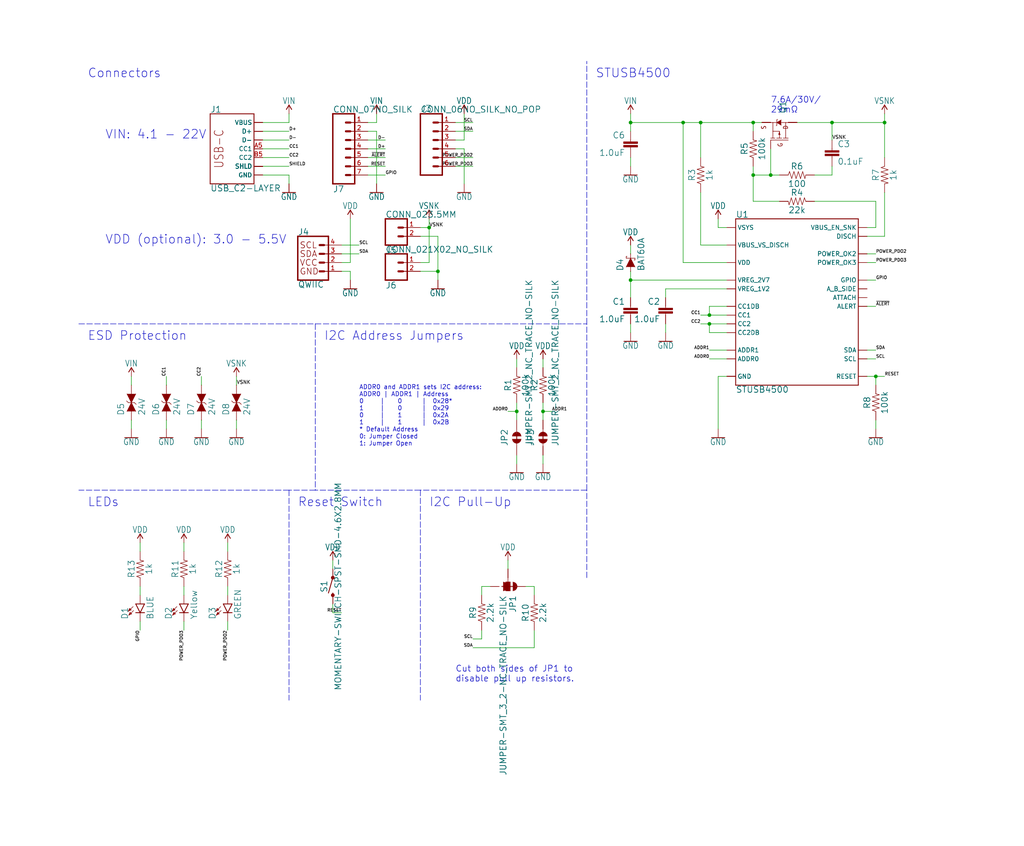
<source format=kicad_sch>
(kicad_sch (version 20211123) (generator eeschema)
  (paper "User" 297.002 245.542)
  (lib_symbols
    (symbol "SparkFun_STUSB4500_USB-PD-eagle-import:0.1UF-0603-100V-10%"
      (property "Reference" "C" (at 1.524 2.921 0))
      (property "Value" "0.1UF-0603-100V-10%" (at 1.524 -2.159 0))
      (symbol "0.1UF-0603-100V-10%_1_0"
        (pin passive line (at 0 5.08 270) (length 2.54) (name "1") (number "1"))
        (pin passive line (at 0 -2.54 90) (length 2.54) (name "2") (number "2"))
      )
    )
    (symbol "SparkFun_STUSB4500_USB-PD-eagle-import:1.0UF-0603-16V-10%"
      (property "Reference" "C" (at 1.524 2.921 0))
      (property "Value" "1.0UF-0603-16V-10%" (at 1.524 -2.159 0))
      (symbol "1.0UF-0603-16V-10%_1_0"
        (pin passive line (at 0 5.08 270) (length 2.54) (name "1") (number "1"))
        (pin passive line (at 0 -2.54 90) (length 2.54) (name "2") (number "2"))
      )
    )
    (symbol "SparkFun_STUSB4500_USB-PD-eagle-import:100KOHM-0603-1{slash}10W-1%"
      (property "Reference" "R" (at 0 1.524 0))
      (property "Value" "100KOHM-0603-1{slash}10W-1%" (at 0 -1.524 0))
      (symbol "100KOHM-0603-1{slash}10W-1%_1_0"
        (pin passive line (at -5.08 0 0) (length 2.54) (name "1") (number "1"))
        (pin passive line (at 5.08 0 180) (length 2.54) (name "2") (number "2"))
      )
    )
    (symbol "SparkFun_STUSB4500_USB-PD-eagle-import:100OHM-0603-1{slash}10W-1%"
      (property "Reference" "R" (at 0 1.524 0))
      (property "Value" "100OHM-0603-1{slash}10W-1%" (at 0 -1.524 0))
      (symbol "100OHM-0603-1{slash}10W-1%_1_0"
        (pin passive line (at -5.08 0 0) (length 2.54) (name "1") (number "1"))
        (pin passive line (at 5.08 0 180) (length 2.54) (name "2") (number "2"))
      )
    )
    (symbol "SparkFun_STUSB4500_USB-PD-eagle-import:1KOHM-0603-1{slash}10W-1%"
      (property "Reference" "R" (at 0 1.524 0))
      (property "Value" "1KOHM-0603-1{slash}10W-1%" (at 0 -1.524 0))
      (symbol "1KOHM-0603-1{slash}10W-1%_1_0"
        (pin passive line (at -5.08 0 0) (length 2.54) (name "1") (number "1"))
        (pin passive line (at 5.08 0 180) (length 2.54) (name "2") (number "2"))
      )
    )
    (symbol "SparkFun_STUSB4500_USB-PD-eagle-import:2.2KOHM-0603-1{slash}10W-1%"
      (property "Reference" "R" (at 0 1.524 0))
      (property "Value" "2.2KOHM-0603-1{slash}10W-1%" (at 0 -1.524 0))
      (symbol "2.2KOHM-0603-1{slash}10W-1%_1_0"
        (pin passive line (at -5.08 0 0) (length 2.54) (name "1") (number "1"))
        (pin passive line (at 5.08 0 180) (length 2.54) (name "2") (number "2"))
      )
    )
    (symbol "SparkFun_STUSB4500_USB-PD-eagle-import:22KOHM-0603-1{slash}10W-1%"
      (property "Reference" "R" (at 0 1.524 0))
      (property "Value" "22KOHM-0603-1{slash}10W-1%" (at 0 -1.524 0))
      (symbol "22KOHM-0603-1{slash}10W-1%_1_0"
        (pin passive line (at -5.08 0 0) (length 2.54) (name "1") (number "1"))
        (pin passive line (at 5.08 0 180) (length 2.54) (name "2") (number "2"))
      )
    )
    (symbol "SparkFun_STUSB4500_USB-PD-eagle-import:CONN_021X02_NO_SILK"
      (property "Reference" "J" (at -2.54 5.588 0))
      (property "Value" "CONN_021X02_NO_SILK" (at -2.54 -4.826 0))
      (symbol "CONN_021X02_NO_SILK_1_0"
        (pin passive line (at 7.62 0 180) (length 5.08) (name "1") (number "1"))
        (pin passive line (at 7.62 2.54 180) (length 5.08) (name "2") (number "2"))
      )
    )
    (symbol "SparkFun_STUSB4500_USB-PD-eagle-import:CONN_023.5MM"
      (property "Reference" "J" (at -2.54 5.588 0))
      (property "Value" "CONN_023.5MM" (at -2.54 -4.826 0))
      (symbol "CONN_023.5MM_1_0"
        (pin passive line (at 7.62 0 180) (length 5.08) (name "1") (number "1"))
        (pin passive line (at 7.62 2.54 180) (length 5.08) (name "2") (number "2"))
      )
    )
    (symbol "SparkFun_STUSB4500_USB-PD-eagle-import:CONN_06NO_SILK_NO_POP"
      (property "Reference" "J" (at -5.08 10.668 0))
      (property "Value" "CONN_06NO_SILK_NO_POP" (at -5.08 -9.906 0))
      (symbol "CONN_06NO_SILK_NO_POP_1_0"
        (pin passive line (at 5.08 -5.08 180) (length 5.08) (name "1") (number "1"))
        (pin passive line (at 5.08 -2.54 180) (length 5.08) (name "2") (number "2"))
        (pin passive line (at 5.08 0 180) (length 5.08) (name "3") (number "3"))
        (pin passive line (at 5.08 2.54 180) (length 5.08) (name "4") (number "4"))
        (pin passive line (at 5.08 5.08 180) (length 5.08) (name "5") (number "5"))
        (pin passive line (at 5.08 7.62 180) (length 5.08) (name "6") (number "6"))
      )
    )
    (symbol "SparkFun_STUSB4500_USB-PD-eagle-import:CONN_07NO_SILK"
      (property "Reference" "J" (at -5.08 13.208 0))
      (property "Value" "CONN_07NO_SILK" (at -5.08 -9.906 0))
      (symbol "CONN_07NO_SILK_1_0"
        (pin passive line (at 5.08 -5.08 180) (length 5.08) (name "1") (number "1"))
        (pin passive line (at 5.08 -2.54 180) (length 5.08) (name "2") (number "2"))
        (pin passive line (at 5.08 0 180) (length 5.08) (name "3") (number "3"))
        (pin passive line (at 5.08 2.54 180) (length 5.08) (name "4") (number "4"))
        (pin passive line (at 5.08 5.08 180) (length 5.08) (name "5") (number "5"))
        (pin passive line (at 5.08 7.62 180) (length 5.08) (name "6") (number "6"))
        (pin passive line (at 5.08 10.16 180) (length 5.08) (name "7") (number "7"))
      )
    )
    (symbol "SparkFun_STUSB4500_USB-PD-eagle-import:DIODE-SCHOTTKY-BAT60A"
      (property "Reference" "D" (at -2.54 2.032 0))
      (property "Value" "DIODE-SCHOTTKY-BAT60A" (at -2.54 -2.032 0))
      (symbol "DIODE-SCHOTTKY-BAT60A_1_0"
        (pin passive line (at -2.54 0 0) (length 0) (name "A") (number "A"))
        (pin passive line (at 2.54 0 180) (length 0) (name "C") (number "C"))
      )
    )
    (symbol "SparkFun_STUSB4500_USB-PD-eagle-import:DIODE_TVS"
      (property "Reference" "D" (at -3.81 2.032 0))
      (property "Value" "DIODE_TVS" (at -3.81 -2.032 0))
      (symbol "DIODE_TVS_1_0"
        (pin passive line (at -5.08 0 0) (length 0) (name "A") (number "1"))
        (pin passive line (at 5.08 0 180) (length 0) (name "C") (number "2"))
      )
    )
    (symbol "SparkFun_STUSB4500_USB-PD-eagle-import:GND" (power)
      (property "Value" "GND" (at 0 -0.254 0))
      (symbol "GND_1_0"
        (pin power_in line (at 0 2.54 270) (length 2.54) (name "GND") (number "1"))
      )
    )
    (symbol "SparkFun_STUSB4500_USB-PD-eagle-import:JUMPER-SMT_2_NC_TRACE_NO-SILK"
      (property "Reference" "JP" (at -2.54 2.54 0))
      (property "Value" "JUMPER-SMT_2_NC_TRACE_NO-SILK" (at -2.54 -2.54 0))
      (symbol "JUMPER-SMT_2_NC_TRACE_NO-SILK_1_0"
        (pin passive line (at -5.08 0 0) (length 2.54) (name "1") (number "1"))
        (pin passive line (at 5.08 0 180) (length 2.54) (name "2") (number "2"))
      )
    )
    (symbol "SparkFun_STUSB4500_USB-PD-eagle-import:JUMPER-SMT_3_2-NC_TRACE_NO-SILK"
      (property "Reference" "JP" (at 2.54 0.381 0))
      (property "Value" "JUMPER-SMT_3_2-NC_TRACE_NO-SILK" (at 2.54 -0.381 0))
      (symbol "JUMPER-SMT_3_2-NC_TRACE_NO-SILK_1_0"
        (pin passive line (at 0 5.08 270) (length 2.54) (name "1") (number "1"))
        (pin passive line (at -5.08 0 0) (length 2.54) (name "2") (number "2"))
        (pin passive line (at 0 -5.08 90) (length 2.54) (name "3") (number "3"))
      )
    )
    (symbol "SparkFun_STUSB4500_USB-PD-eagle-import:LED-BLUE0603"
      (property "Reference" "D" (at -3.429 -4.572 90))
      (property "Value" "LED-BLUE0603" (at 1.905 -4.572 90))
      (symbol "LED-BLUE0603_1_0"
        (pin passive line (at 0 2.54 270) (length 2.54) (name "A") (number "A"))
        (pin passive line (at 0 -5.08 90) (length 2.54) (name "C") (number "C"))
      )
    )
    (symbol "SparkFun_STUSB4500_USB-PD-eagle-import:LED-GREEN0603"
      (property "Reference" "D" (at -3.429 -4.572 90))
      (property "Value" "LED-GREEN0603" (at 1.905 -4.572 90))
      (symbol "LED-GREEN0603_1_0"
        (pin passive line (at 0 2.54 270) (length 2.54) (name "A") (number "A"))
        (pin passive line (at 0 -5.08 90) (length 2.54) (name "C") (number "C"))
      )
    )
    (symbol "SparkFun_STUSB4500_USB-PD-eagle-import:LED-YELLOW0603"
      (property "Reference" "D" (at -3.429 -4.572 90))
      (property "Value" "LED-YELLOW0603" (at 1.905 -4.572 90))
      (symbol "LED-YELLOW0603_1_0"
        (pin passive line (at 0 2.54 270) (length 2.54) (name "A") (number "A"))
        (pin passive line (at 0 -5.08 90) (length 2.54) (name "C") (number "C"))
      )
    )
    (symbol "SparkFun_STUSB4500_USB-PD-eagle-import:MOMENTARY-SWITCH-SPST-SMD-4.6X2.8MM"
      (property "Reference" "S" (at 0 1.524 0))
      (property "Value" "MOMENTARY-SWITCH-SPST-SMD-4.6X2.8MM" (at 0 -0.508 0))
      (symbol "MOMENTARY-SWITCH-SPST-SMD-4.6X2.8MM_1_0"
        (pin passive line (at -5.08 0 0) (length 2.54) (name "1") (number "1"))
        (pin passive line (at -5.08 0 0) (length 2.54) (name "1") (number "2"))
        (pin passive line (at 5.08 0 180) (length 2.54) (name "2") (number "3"))
        (pin passive line (at 5.08 0 180) (length 2.54) (name "2") (number "4"))
      )
    )
    (symbol "SparkFun_STUSB4500_USB-PD-eagle-import:MOSFET_PCH-STL9P3LLH6"
      (property "Reference" "Q" (at 5.08 0 0))
      (property "Value" "MOSFET_PCH-STL9P3LLH6" (at 5.08 -2.54 0))
      (symbol "MOSFET_PCH-STL9P3LLH6_1_0"
        (text "D" (at 0.508 2.54 0) (effects (font (size 1.27 1.0795)) (justify left bottom)))
        (text "G" (at -3.302 -0.508 0) (effects (font (size 1.27 1.0795)) (justify right top)))
        (text "S" (at 0.508 -3.81 0) (effects (font (size 1.27 1.0795)) (justify left bottom)))
        (pin bidirectional line (at 2.54 -5.08 90) (length 2.54) (name "S") (number "1"))
        (pin bidirectional line (at 2.54 -5.08 90) (length 2.54) (name "S") (number "2"))
        (pin bidirectional line (at 2.54 -5.08 90) (length 2.54) (name "S") (number "3"))
        (pin bidirectional line (at -5.08 -2.54 0) (length 2.54) (name "G") (number "4"))
        (pin bidirectional line (at 2.54 5.08 270) (length 2.54) (name "D") (number "5@1"))
        (pin bidirectional line (at 2.54 5.08 270) (length 2.54) (name "D") (number "5@2"))
        (pin bidirectional line (at 2.54 5.08 270) (length 2.54) (name "D") (number "5@3"))
      )
    )
    (symbol "SparkFun_STUSB4500_USB-PD-eagle-import:QWIIC_CONNECTORJS-1MM"
      (property "Reference" "J" (at -5.08 7.874 0))
      (property "Value" "QWIIC_CONNECTORJS-1MM" (at -5.08 -5.334 0))
      (symbol "QWIIC_CONNECTORJS-1MM_1_0"
        (text "GND" (at -4.572 -2.54 0) (effects (font (size 1.778 1.778)) (justify left)))
        (text "SCL" (at -4.572 5.08 0) (effects (font (size 1.778 1.778)) (justify left)))
        (text "SDA" (at -4.572 2.54 0) (effects (font (size 1.778 1.778)) (justify left)))
        (text "VCC" (at -4.572 0 0) (effects (font (size 1.778 1.778)) (justify left)))
        (pin power_in line (at 7.62 -2.54 180) (length 5.08) (name "1") (number "1"))
        (pin power_in line (at 7.62 0 180) (length 5.08) (name "2") (number "2"))
        (pin passive line (at 7.62 2.54 180) (length 5.08) (name "3") (number "3"))
        (pin passive line (at 7.62 5.08 180) (length 5.08) (name "4") (number "4"))
      )
    )
    (symbol "SparkFun_STUSB4500_USB-PD-eagle-import:STUSB4500"
      (property "Reference" "U" (at -17.78 23.114 0))
      (property "Value" "STUSB4500" (at -17.78 -25.654 0))
      (symbol "STUSB4500_1_0"
        (pin bidirectional line (at -20.32 -2.54 0) (length 2.54) (name "CC1DB") (number "P$1"))
        (pin bidirectional line (at -20.32 -22.86 0) (length 2.54) (name "GND") (number "P$10"))
        (pin bidirectional line (at 20.32 0 180) (length 2.54) (name "ATTACH") (number "P$11"))
        (pin bidirectional line (at -20.32 -17.78 0) (length 2.54) (name "ADDR0") (number "P$12"))
        (pin bidirectional line (at -20.32 -15.24 0) (length 2.54) (name "ADDR1") (number "P$13"))
        (pin bidirectional line (at 20.32 10.16 180) (length 2.54) (name "POWER_OK3") (number "P$14"))
        (pin bidirectional line (at 20.32 5.08 180) (length 2.54) (name "GPIO") (number "P$15"))
        (pin bidirectional line (at 20.32 20.32 180) (length 2.54) (name "VBUS_EN_SNK") (number "P$16"))
        (pin bidirectional line (at 20.32 2.54 180) (length 2.54) (name "A_B_SIDE") (number "P$17"))
        (pin bidirectional line (at -20.32 15.24 0) (length 2.54) (name "VBUS_VS_DISCH") (number "P$18"))
        (pin bidirectional line (at 20.32 -2.54 180) (length 2.54) (name "ALERT") (number "P$19"))
        (pin bidirectional line (at -20.32 -5.08 0) (length 2.54) (name "CC1") (number "P$2"))
        (pin bidirectional line (at 20.32 12.7 180) (length 2.54) (name "POWER_OK2") (number "P$20"))
        (pin bidirectional line (at -20.32 2.54 0) (length 2.54) (name "VREG_1V2") (number "P$21"))
        (pin bidirectional line (at -20.32 20.32 0) (length 2.54) (name "VSYS") (number "P$22"))
        (pin bidirectional line (at -20.32 5.08 0) (length 2.54) (name "VREG_2V7") (number "P$23"))
        (pin bidirectional line (at -20.32 10.16 0) (length 2.54) (name "VDD") (number "P$24"))
        (pin bidirectional line (at -20.32 -22.86 0) (length 2.54) (name "GND") (number "P$25"))
        (pin bidirectional line (at -20.32 -7.62 0) (length 2.54) (name "CC2") (number "P$4"))
        (pin bidirectional line (at -20.32 -10.16 0) (length 2.54) (name "CC2DB") (number "P$5"))
        (pin bidirectional line (at 20.32 -22.86 180) (length 2.54) (name "RESET") (number "P$6"))
        (pin bidirectional line (at 20.32 -17.78 180) (length 2.54) (name "SCL") (number "P$7"))
        (pin bidirectional line (at 20.32 -15.24 180) (length 2.54) (name "SDA") (number "P$8"))
        (pin bidirectional line (at 20.32 17.78 180) (length 2.54) (name "DISCH") (number "P$9"))
      )
    )
    (symbol "SparkFun_STUSB4500_USB-PD-eagle-import:USB_C2-LAYER"
      (property "Reference" "J" (at -2.54 10.414 0))
      (property "Value" "USB_C2-LAYER" (at -2.54 -12.446 0))
      (symbol "USB_C2-LAYER_1_0"
        (text "USB-C" (at 0 0 900) (effects (font (size 2.54 2.159))))
        (pin bidirectional line (at 12.7 0 180) (length 2.54) (name "CC1") (number "A5"))
        (pin bidirectional line (at 12.7 5.08 180) (length 2.54) (name "D+") (number "A6"))
        (pin bidirectional line (at 12.7 2.54 180) (length 2.54) (name "D-") (number "A7"))
        (pin bidirectional line (at 12.7 -2.54 180) (length 2.54) (name "CC2") (number "B5"))
        (pin bidirectional line (at 12.7 5.08 180) (length 2.54) (name "D+") (number "B6"))
        (pin bidirectional line (at 12.7 2.54 180) (length 2.54) (name "D-") (number "B7"))
        (pin bidirectional line (at 12.7 -7.62 180) (length 2.54) (name "GND") (number "GND"))
        (pin bidirectional line (at 12.7 -7.62 180) (length 2.54) (name "GND") (number "GND2"))
        (pin bidirectional line (at 12.7 -5.08 180) (length 2.54) (name "SHLD") (number "SHLD1"))
        (pin bidirectional line (at 12.7 -5.08 180) (length 2.54) (name "SHLD") (number "SHLD2"))
        (pin bidirectional line (at 12.7 -5.08 180) (length 2.54) (name "SHLD") (number "SHLD3"))
        (pin bidirectional line (at 12.7 -5.08 180) (length 2.54) (name "SHLD") (number "SHLD4"))
        (pin bidirectional line (at 12.7 -5.08 180) (length 2.54) (name "SHLD") (number "SHLD5"))
        (pin bidirectional line (at 12.7 -5.08 180) (length 2.54) (name "SHLD") (number "SHLD6"))
        (pin bidirectional line (at 12.7 -5.08 180) (length 2.54) (name "SHLD") (number "SHLD7"))
        (pin bidirectional line (at 12.7 -5.08 180) (length 2.54) (name "SHLD") (number "SHLD8"))
        (pin bidirectional line (at 12.7 7.62 180) (length 2.54) (name "VBUS") (number "VBUS1"))
        (pin bidirectional line (at 12.7 7.62 180) (length 2.54) (name "VBUS") (number "VBUS2"))
      )
    )
    (symbol "SparkFun_STUSB4500_USB-PD-eagle-import:VDD" (power)
      (property "Value" "VDD" (at 0 2.794 0))
      (symbol "VDD_1_0"
        (pin power_in line (at 0 0 90) (length 2.54) (name "VDD") (number "1"))
      )
    )
    (symbol "SparkFun_STUSB4500_USB-PD-eagle-import:VIN" (power)
      (property "Value" "VIN" (at 0 2.794 0))
      (symbol "VIN_1_0"
        (pin power_in line (at 0 0 90) (length 2.54) (name "VIN") (number "1"))
      )
    )
    (symbol "SparkFun_STUSB4500_USB-PD-eagle-import:VOUT" (power)
      (property "Value" "VOUT" (at 0 2.794 0))
      (symbol "VOUT_1_0"
        (pin power_in line (at 0 0 90) (length 2.54) (name "VOUT") (number "1"))
      )
    )
  )
  (junction (at 182.88 81.28))
  (junction (at 198.12 35.56))
  (junction (at 157.48 119.38))
  (junction (at 205.74 91.44))
  (junction (at 254 109.22))
  (junction (at 127 78.74))
  (junction (at 182.88 35.56))
  (junction (at 256.54 35.56))
  (junction (at 218.44 35.56))
  (junction (at 124.46 66.04))
  (junction (at 203.2 35.56))
  (junction (at 223.52 50.8))
  (junction (at 241.3 35.56))
  (junction (at 205.74 93.98))
  (junction (at 218.44 50.8))
  (junction (at 149.86 119.38))
  (wire (pts (xy 218.44 35.56) (xy 203.2 35.56)))
  (wire (pts (xy 198.12 35.56) (xy 182.88 35.56)))
  (wire (pts (xy 223.52 50.8) (xy 226.06 50.8)))
  (wire (pts (xy 68.58 121.92) (xy 68.58 124.46)))
  (wire (pts (xy 66.04 157.48) (xy 66.04 160.02)))
  (wire (pts (xy 182.88 71.12) (xy 182.88 73.66)))
  (wire (pts (xy 96.52 162.56) (xy 96.52 165.1)))
  (wire (pts (xy 106.68 38.1) (xy 109.22 38.1)))
  (wire (pts (xy 134.62 43.18) (xy 134.62 53.34)))
  (wire (pts (xy 251.46 66.04) (xy 254 66.04)))
  (polyline (pts (xy 91.44 93.98) (xy 91.44 142.24)))
  (polyline (pts (xy 170.18 142.24) (xy 121.92 142.24)))
  (wire (pts (xy 241.3 40.64) (xy 241.3 35.56)))
  (wire (pts (xy 132.08 38.1) (xy 137.16 38.1)))
  (wire (pts (xy 124.46 66.04) (xy 124.46 63.5)))
  (wire (pts (xy 149.86 119.38) (xy 149.86 121.92)))
  (wire (pts (xy 223.52 50.8) (xy 218.44 50.8)))
  (wire (pts (xy 109.22 38.1) (xy 109.22 53.34)))
  (wire (pts (xy 53.34 170.18) (xy 53.34 172.72)))
  (wire (pts (xy 251.46 101.6) (xy 254 101.6)))
  (wire (pts (xy 76.2 45.72) (xy 83.82 45.72)))
  (wire (pts (xy 48.26 121.92) (xy 48.26 124.46)))
  (wire (pts (xy 106.68 45.72) (xy 111.76 45.72)))
  (wire (pts (xy 226.06 58.42) (xy 218.44 58.42)))
  (polyline (pts (xy 83.82 142.24) (xy 83.82 203.2)))
  (wire (pts (xy 205.74 93.98) (xy 205.74 96.52)))
  (wire (pts (xy 210.82 71.12) (xy 203.2 71.12)))
  (wire (pts (xy 182.88 86.36) (xy 182.88 81.28)))
  (wire (pts (xy 218.44 58.42) (xy 218.44 50.8)))
  (wire (pts (xy 256.54 68.58) (xy 251.46 68.58)))
  (wire (pts (xy 106.68 43.18) (xy 111.76 43.18)))
  (wire (pts (xy 205.74 96.52) (xy 210.82 96.52)))
  (wire (pts (xy 208.28 109.22) (xy 208.28 124.46)))
  (wire (pts (xy 256.54 55.88) (xy 256.54 68.58)))
  (wire (pts (xy 223.52 43.18) (xy 223.52 50.8)))
  (wire (pts (xy 218.44 35.56) (xy 220.98 35.56)))
  (wire (pts (xy 210.82 104.14) (xy 205.74 104.14)))
  (wire (pts (xy 76.2 40.64) (xy 83.82 40.64)))
  (wire (pts (xy 210.82 109.22) (xy 208.28 109.22)))
  (wire (pts (xy 210.82 66.04) (xy 208.28 66.04)))
  (wire (pts (xy 203.2 45.72) (xy 203.2 35.56)))
  (wire (pts (xy 203.2 71.12) (xy 203.2 55.88)))
  (wire (pts (xy 256.54 35.56) (xy 241.3 35.56)))
  (wire (pts (xy 182.88 81.28) (xy 210.82 81.28)))
  (wire (pts (xy 121.92 76.2) (xy 124.46 76.2)))
  (wire (pts (xy 76.2 35.56) (xy 83.82 35.56)))
  (wire (pts (xy 53.34 180.34) (xy 53.34 182.88)))
  (wire (pts (xy 241.3 50.8) (xy 241.3 48.26)))
  (wire (pts (xy 68.58 111.76) (xy 68.58 109.22)))
  (polyline (pts (xy 91.44 93.98) (xy 170.18 93.98)))
  (polyline (pts (xy 170.18 93.98) (xy 170.18 17.78)))
  (wire (pts (xy 205.74 91.44) (xy 203.2 91.44)))
  (wire (pts (xy 241.3 35.56) (xy 231.14 35.56)))
  (wire (pts (xy 76.2 38.1) (xy 83.82 38.1)))
  (wire (pts (xy 254 58.42) (xy 236.22 58.42)))
  (wire (pts (xy 218.44 38.1) (xy 218.44 35.56)))
  (wire (pts (xy 205.74 91.44) (xy 205.74 88.9)))
  (wire (pts (xy 121.92 68.58) (xy 127 68.58)))
  (wire (pts (xy 251.46 104.14) (xy 254 104.14)))
  (wire (pts (xy 149.86 132.08) (xy 149.86 134.62)))
  (polyline (pts (xy 121.92 142.24) (xy 91.44 142.24)))
  (wire (pts (xy 251.46 73.66) (xy 254 73.66)))
  (wire (pts (xy 256.54 35.56) (xy 256.54 33.02)))
  (wire (pts (xy 182.88 81.28) (xy 182.88 78.74)))
  (wire (pts (xy 205.74 88.9) (xy 210.82 88.9)))
  (wire (pts (xy 40.64 157.48) (xy 40.64 160.02)))
  (wire (pts (xy 139.7 185.42) (xy 137.16 185.42)))
  (wire (pts (xy 218.44 50.8) (xy 218.44 48.26)))
  (wire (pts (xy 101.6 78.74) (xy 101.6 81.28)))
  (wire (pts (xy 124.46 76.2) (xy 124.46 66.04)))
  (wire (pts (xy 251.46 76.2) (xy 254 76.2)))
  (wire (pts (xy 40.64 170.18) (xy 40.64 172.72)))
  (wire (pts (xy 53.34 157.48) (xy 53.34 160.02)))
  (wire (pts (xy 182.88 93.98) (xy 182.88 96.52)))
  (wire (pts (xy 154.94 187.96) (xy 137.16 187.96)))
  (wire (pts (xy 157.48 116.84) (xy 157.48 119.38)))
  (wire (pts (xy 256.54 45.72) (xy 256.54 35.56)))
  (polyline (pts (xy 170.18 167.64) (xy 170.18 142.24)))
  (wire (pts (xy 40.64 180.34) (xy 40.64 182.88)))
  (polyline (pts (xy 170.18 142.24) (xy 170.18 93.98)))
  (polyline (pts (xy 22.86 93.98) (xy 91.44 93.98)))
  (wire (pts (xy 157.48 119.38) (xy 157.48 121.92)))
  (wire (pts (xy 106.68 50.8) (xy 111.76 50.8)))
  (wire (pts (xy 210.82 101.6) (xy 205.74 101.6)))
  (wire (pts (xy 76.2 43.18) (xy 83.82 43.18)))
  (wire (pts (xy 99.06 71.12) (xy 104.14 71.12)))
  (wire (pts (xy 132.08 45.72) (xy 137.16 45.72)))
  (wire (pts (xy 142.24 170.18) (xy 139.7 170.18)))
  (wire (pts (xy 76.2 50.8) (xy 83.82 50.8)))
  (wire (pts (xy 254 66.04) (xy 254 58.42)))
  (wire (pts (xy 210.82 83.82) (xy 193.04 83.82)))
  (wire (pts (xy 132.08 48.26) (xy 137.16 48.26)))
  (wire (pts (xy 182.88 45.72) (xy 182.88 48.26)))
  (wire (pts (xy 101.6 76.2) (xy 101.6 63.5)))
  (wire (pts (xy 236.22 50.8) (xy 241.3 50.8)))
  (wire (pts (xy 157.48 104.14) (xy 157.48 106.68)))
  (wire (pts (xy 127 68.58) (xy 127 78.74)))
  (wire (pts (xy 121.92 66.04) (xy 124.46 66.04)))
  (wire (pts (xy 254 109.22) (xy 254 111.76)))
  (wire (pts (xy 109.22 33.02) (xy 109.22 35.56)))
  (wire (pts (xy 182.88 33.02) (xy 182.88 35.56)))
  (wire (pts (xy 58.42 111.76) (xy 58.42 109.22)))
  (wire (pts (xy 149.86 116.84) (xy 149.86 119.38)))
  (wire (pts (xy 83.82 35.56) (xy 83.82 33.02)))
  (wire (pts (xy 66.04 170.18) (xy 66.04 172.72)))
  (wire (pts (xy 205.74 93.98) (xy 203.2 93.98)))
  (wire (pts (xy 210.82 93.98) (xy 205.74 93.98)))
  (wire (pts (xy 48.26 111.76) (xy 48.26 109.22)))
  (wire (pts (xy 251.46 81.28) (xy 254 81.28)))
  (wire (pts (xy 152.4 170.18) (xy 154.94 170.18)))
  (wire (pts (xy 106.68 48.26) (xy 111.76 48.26)))
  (wire (pts (xy 99.06 78.74) (xy 101.6 78.74)))
  (wire (pts (xy 132.08 40.64) (xy 134.62 40.64)))
  (wire (pts (xy 157.48 119.38) (xy 160.02 119.38)))
  (wire (pts (xy 132.08 43.18) (xy 134.62 43.18)))
  (polyline (pts (xy 83.82 142.24) (xy 22.86 142.24)))
  (polyline (pts (xy 121.92 142.24) (xy 121.92 203.2)))
  (wire (pts (xy 154.94 182.88) (xy 154.94 187.96)))
  (wire (pts (xy 147.32 165.1) (xy 147.32 162.56)))
  (wire (pts (xy 106.68 35.56) (xy 109.22 35.56)))
  (wire (pts (xy 38.1 111.76) (xy 38.1 109.22)))
  (wire (pts (xy 210.82 91.44) (xy 205.74 91.44)))
  (wire (pts (xy 208.28 66.04) (xy 208.28 63.5)))
  (wire (pts (xy 96.52 177.8) (xy 99.06 177.8)))
  (wire (pts (xy 182.88 35.56) (xy 182.88 38.1)))
  (wire (pts (xy 157.48 132.08) (xy 157.48 134.62)))
  (wire (pts (xy 106.68 40.64) (xy 111.76 40.64)))
  (wire (pts (xy 198.12 76.2) (xy 198.12 35.56)))
  (wire (pts (xy 149.86 104.14) (xy 149.86 106.68)))
  (wire (pts (xy 139.7 170.18) (xy 139.7 172.72)))
  (wire (pts (xy 203.2 35.56) (xy 198.12 35.56)))
  (wire (pts (xy 254 109.22) (xy 256.54 109.22)))
  (wire (pts (xy 134.62 40.64) (xy 134.62 33.02)))
  (wire (pts (xy 251.46 109.22) (xy 254 109.22)))
  (polyline (pts (xy 91.44 142.24) (xy 83.82 142.24)))
  (wire (pts (xy 149.86 119.38) (xy 147.32 119.38)))
  (wire (pts (xy 83.82 50.8) (xy 83.82 53.34)))
  (wire (pts (xy 139.7 182.88) (xy 139.7 185.42)))
  (wire (pts (xy 210.82 76.2) (xy 198.12 76.2)))
  (wire (pts (xy 121.92 78.74) (xy 127 78.74)))
  (wire (pts (xy 38.1 121.92) (xy 38.1 124.46)))
  (wire (pts (xy 127 78.74) (xy 127 81.28)))
  (wire (pts (xy 96.52 177.8) (xy 96.52 175.26)))
  (wire (pts (xy 99.06 73.66) (xy 104.14 73.66)))
  (wire (pts (xy 76.2 48.26) (xy 83.82 48.26)))
  (wire (pts (xy 193.04 83.82) (xy 193.04 86.36)))
  (wire (pts (xy 58.42 121.92) (xy 58.42 124.46)))
  (wire (pts (xy 254 121.92) (xy 254 124.46)))
  (wire (pts (xy 66.04 180.34) (xy 66.04 182.88)))
  (wire (pts (xy 193.04 93.98) (xy 193.04 96.52)))
  (wire (pts (xy 99.06 76.2) (xy 101.6 76.2)))
  (wire (pts (xy 251.46 88.9) (xy 254 88.9)))
  (wire (pts (xy 132.08 35.56) (xy 137.16 35.56)))
  (wire (pts (xy 154.94 170.18) (xy 154.94 172.72)))
  (text "7.6A/30V/\n29mΩ" (at 223.52 33.02 180) (effects (font (size 1.778 1.778)) (justify left bottom)))
  (text "I2C Address Jumpers" (at 93.98 99.06 180) (effects (font (size 2.54 2.54)) (justify left bottom)))
  (text "ADDR0 and ADDR1 sets I2C address:\nADDR0 | ADDR1 | Address\n0     |    0      |  0x28*\n1     |    0      |  0x29\n0     |    1      |  0x2A\n1     |    1      |  0x2B\n* Default Address\n0: Jumper Closed\n1: Jumper Open" (at 104.14 111.76 180) (effects (font (size 1.27 1.27)) (justify left top)))
  (text "I2C Pull-Up" (at 124.46 147.32 180) (effects (font (size 2.54 2.54)) (justify left bottom)))
  (text "ESD Protection" (at 25.4 99.06 180) (effects (font (size 2.54 2.54)) (justify left bottom)))
  (text "VDD (optional): 3.0 - 5.5V" (at 30.48 71.12 180) (effects (font (size 2.54 2.54)) (justify left bottom)))
  (text "Connectors" (at 25.4 22.86 180) (effects (font (size 2.54 2.54)) (justify left bottom)))
  (text "VIN: 4.1 - 22V" (at 30.48 40.64 180) (effects (font (size 2.54 2.54)) (justify left bottom)))
  (text "LEDs" (at 25.4 147.32 180) (effects (font (size 2.54 2.54)) (justify left bottom)))
  (text "Reset Switch" (at 86.36 147.32 180) (effects (font (size 2.54 2.54)) (justify left bottom)))
  (text "Cut both sides of JP1 to\ndisable pull up resistors." (at 132.08 198.12 180) (effects (font (size 1.778 1.778)) (justify left bottom)))
  (text "STUSB4500" (at 172.72 22.86 180) (effects (font (size 2.54 2.54)) (justify left bottom)))
  (label "ADDR0" (at 147.32 119.38 180) (effects (font (size 0.889 0.889))))
  (label "POWER_PDO2" (at 137.16 45.72 180) (effects (font (size 0.889 0.889))))
  (label "POWER_PDO2" (at 254 73.66 0) (effects (font (size 0.889 0.889))))
  (label "SDA" (at 254 101.6 0) (effects (font (size 0.889 0.889))))
  (label "ADDR1" (at 205.74 101.6 180) (effects (font (size 0.889 0.889))))
  (label "SDA" (at 137.16 38.1 180) (effects (font (size 0.889 0.889))))
  (label "D-" (at 111.76 40.64 180) (effects (font (size 0.889 0.889))))
  (label "CC2" (at 83.82 45.72 0) (effects (font (size 0.889 0.889))))
  (label "CC2" (at 58.42 109.22 90) (effects (font (size 0.889 0.889))))
  (label "SCL" (at 137.16 185.42 180) (effects (font (size 0.889 0.889))))
  (label "VSNK" (at 124.46 66.04 0) (effects (font (size 1.016 1.016))))
  (label "RESET" (at 99.06 177.8 180) (effects (font (size 0.889 0.889))))
  (label "VSNK" (at 241.3 40.64 0) (effects (font (size 1.016 1.016))))
  (label "D+" (at 111.76 43.18 180) (effects (font (size 0.889 0.889))))
  (label "SCL" (at 137.16 35.56 180) (effects (font (size 0.889 0.889))))
  (label "RESET" (at 256.54 109.22 0) (effects (font (size 0.889 0.889))))
  (label "~{ALERT}" (at 254 88.9 0) (effects (font (size 0.889 0.889))))
  (label "ADDR1" (at 160.02 119.38 0) (effects (font (size 0.889 0.889))))
  (label "GPIO" (at 111.76 50.8 0) (effects (font (size 0.889 0.889))))
  (label "CC1" (at 203.2 91.44 180) (effects (font (size 0.889 0.889))))
  (label "SCL" (at 254 104.14 0) (effects (font (size 0.889 0.889))))
  (label "SDA" (at 104.14 73.66 0) (effects (font (size 0.889 0.889))))
  (label "GPIO" (at 254 81.28 0) (effects (font (size 0.889 0.889))))
  (label "SHIELD" (at 83.82 48.26 0) (effects (font (size 0.889 0.889))))
  (label "POWER_PDO3" (at 53.34 182.88 270) (effects (font (size 0.889 0.889))))
  (label "SDA" (at 137.16 187.96 180) (effects (font (size 0.889 0.889))))
  (label "GPIO" (at 40.64 182.88 270) (effects (font (size 0.889 0.889))))
  (label "POWER_PDO3" (at 254 76.2 0) (effects (font (size 0.889 0.889))))
  (label "RESET" (at 111.76 48.26 180) (effects (font (size 0.889 0.889))))
  (label "D+" (at 83.82 38.1 0) (effects (font (size 0.889 0.889))))
  (label "CC1" (at 48.26 109.22 90) (effects (font (size 0.889 0.889))))
  (label "~{ALERT}" (at 111.76 45.72 180) (effects (font (size 0.889 0.889))))
  (label "ADDR0" (at 205.74 104.14 180) (effects (font (size 0.889 0.889))))
  (label "POWER_PDO3" (at 137.16 48.26 180) (effects (font (size 0.889 0.889))))
  (label "CC2" (at 203.2 93.98 180) (effects (font (size 0.889 0.889))))
  (label "POWER_PDO2" (at 66.04 182.88 270) (effects (font (size 0.889 0.889))))
  (label "SCL" (at 104.14 71.12 0) (effects (font (size 0.889 0.889))))
  (label "D-" (at 83.82 40.64 0) (effects (font (size 0.889 0.889))))
  (label "VSNK" (at 68.58 111.76 0) (effects (font (size 1.016 1.016))))
  (label "CC1" (at 83.82 43.18 0) (effects (font (size 0.889 0.889))))
  (symbol (lib_id "SparkFun_STUSB4500_USB-PD-eagle-import:GND") (at 182.88 50.8 0) (unit 1)
    (property "Reference" "#GND4" (effects hide))
    (property "Value" "GND" (at 182.88 51.054 0) (effects (font (size 1.778 1.5113)) (justify top)))
    (property "Footprint" "SparkFun_STUSB4500_USB-PD:" (effects hide))
  )
  (symbol (lib_id "SparkFun_STUSB4500_USB-PD-eagle-import:LED-BLUE0603") (at 40.64 175.26 0) (unit 1)
    (property "Reference" "D1" (at 37.211 179.832 90) (effects (font (size 1.778 1.778)) (justify left bottom)))
    (property "Value" "BLUE" (at 42.545 179.832 90) (effects (font (size 1.778 1.778)) (justify left top)))
    (property "Footprint" "SparkFun_STUSB4500_USB-PD:LED-0603" (effects hide))
  )
  (symbol (lib_id "SparkFun_STUSB4500_USB-PD-eagle-import:CONN_021X02_NO_SILK") (at 114.3 76.2 0) (mirror x) (unit 1)
    (property "Reference" "J6" (at 111.76 81.788 0) (effects (font (size 1.778 1.778)) (justify left bottom)))
    (property "Value" "CONN_021X02_NO_SILK" (at 111.76 71.374 0) (effects (font (size 1.778 1.778)) (justify left bottom)))
    (property "Footprint" "SparkFun_STUSB4500_USB-PD:1X02_NO_SILK" (effects hide))
  )
  (symbol (lib_id "SparkFun_STUSB4500_USB-PD-eagle-import:1.0UF-0603-16V-10%") (at 182.88 43.18 0) (mirror y) (unit 1)
    (property "Reference" "C6" (at 181.356 40.259 0) (effects (font (size 1.778 1.778)) (justify left bottom)))
    (property "Value" "1.0uF" (at 181.356 45.339 0) (effects (font (size 1.778 1.778)) (justify left bottom)))
    (property "Footprint" "SparkFun_STUSB4500_USB-PD:0603" (effects hide))
  )
  (symbol (lib_id "SparkFun_STUSB4500_USB-PD-eagle-import:1KOHM-0603-1{slash}10W-1%") (at 53.34 165.1 90) (unit 1)
    (property "Reference" "R11" (at 51.816 165.1 0) (effects (font (size 1.778 1.778)) (justify bottom)))
    (property "Value" "1k" (at 54.864 165.1 0) (effects (font (size 1.778 1.778)) (justify top)))
    (property "Footprint" "SparkFun_STUSB4500_USB-PD:0603" (effects hide))
  )
  (symbol (lib_id "SparkFun_STUSB4500_USB-PD-eagle-import:JUMPER-SMT_2_NC_TRACE_NO-SILK") (at 149.86 127 90) (unit 1)
    (property "Reference" "JP2" (at 147.32 129.54 0) (effects (font (size 1.778 1.778)) (justify left bottom)))
    (property "Value" "JUMPER-SMT_2_NC_TRACE_NO-SILK" (at 152.4 129.54 0) (effects (font (size 1.778 1.778)) (justify left top)))
    (property "Footprint" "SparkFun_STUSB4500_USB-PD:SMT-JUMPER_2_NC_TRACE_NO-SILK" (effects hide))
  )
  (symbol (lib_id "SparkFun_STUSB4500_USB-PD-eagle-import:VDD") (at 96.52 162.56 0) (unit 1)
    (property "Reference" "#SUPPLY12" (effects hide))
    (property "Value" "VDD" (at 96.52 159.766 0) (effects (font (size 1.778 1.5113)) (justify bottom)))
    (property "Footprint" "SparkFun_STUSB4500_USB-PD:" (effects hide))
  )
  (symbol (lib_id "SparkFun_STUSB4500_USB-PD-eagle-import:GND") (at 109.22 55.88 0) (unit 1)
    (property "Reference" "#GND10" (effects hide))
    (property "Value" "GND" (at 109.22 56.134 0) (effects (font (size 1.778 1.5113)) (justify top)))
    (property "Footprint" "SparkFun_STUSB4500_USB-PD:" (effects hide))
  )
  (symbol (lib_id "SparkFun_STUSB4500_USB-PD-eagle-import:CONN_023.5MM") (at 114.3 66.04 0) (mirror x) (unit 1)
    (property "Reference" "J5" (at 111.76 71.628 0) (effects (font (size 1.778 1.778)) (justify left bottom)))
    (property "Value" "CONN_023.5MM" (at 111.76 61.214 0) (effects (font (size 1.778 1.778)) (justify left bottom)))
    (property "Footprint" "SparkFun_STUSB4500_USB-PD:SCREWTERMINAL-3.5MM-2" (effects hide))
  )
  (symbol (lib_id "SparkFun_STUSB4500_USB-PD-eagle-import:GND") (at 157.48 137.16 0) (unit 1)
    (property "Reference" "#GND8" (effects hide))
    (property "Value" "GND" (at 157.48 137.414 0) (effects (font (size 1.778 1.5113)) (justify top)))
    (property "Footprint" "SparkFun_STUSB4500_USB-PD:" (effects hide))
  )
  (symbol (lib_id "SparkFun_STUSB4500_USB-PD-eagle-import:VDD") (at 182.88 71.12 0) (unit 1)
    (property "Reference" "#SUPPLY5" (effects hide))
    (property "Value" "VDD" (at 182.88 68.326 0) (effects (font (size 1.778 1.5113)) (justify bottom)))
    (property "Footprint" "SparkFun_STUSB4500_USB-PD:" (effects hide))
  )
  (symbol (lib_id "SparkFun_STUSB4500_USB-PD-eagle-import:VDD") (at 147.32 162.56 0) (unit 1)
    (property "Reference" "#SUPPLY14" (effects hide))
    (property "Value" "VDD" (at 147.32 159.766 0) (effects (font (size 1.778 1.5113)) (justify bottom)))
    (property "Footprint" "SparkFun_STUSB4500_USB-PD:" (effects hide))
  )
  (symbol (lib_id "SparkFun_STUSB4500_USB-PD-eagle-import:DIODE-SCHOTTKY-BAT60A") (at 182.88 76.2 90) (unit 1)
    (property "Reference" "D4" (at 180.848 78.74 0) (effects (font (size 1.778 1.778)) (justify left bottom)))
    (property "Value" "BAT60A" (at 184.912 78.74 0) (effects (font (size 1.778 1.778)) (justify left top)))
    (property "Footprint" "SparkFun_STUSB4500_USB-PD:SOD-323" (effects hide))
  )
  (symbol (lib_id "SparkFun_STUSB4500_USB-PD-eagle-import:100KOHM-0603-1{slash}10W-1%") (at 149.86 111.76 90) (unit 1)
    (property "Reference" "R1" (at 148.336 111.76 0) (effects (font (size 1.778 1.778)) (justify bottom)))
    (property "Value" "100k" (at 151.384 111.76 0) (effects (font (size 1.778 1.778)) (justify top)))
    (property "Footprint" "SparkFun_STUSB4500_USB-PD:0603" (effects hide))
  )
  (symbol (lib_id "SparkFun_STUSB4500_USB-PD-eagle-import:2.2KOHM-0603-1{slash}10W-1%") (at 139.7 177.8 90) (unit 1)
    (property "Reference" "R9" (at 138.176 177.8 0) (effects (font (size 1.778 1.778)) (justify bottom)))
    (property "Value" "2.2k" (at 141.224 177.8 0) (effects (font (size 1.778 1.778)) (justify top)))
    (property "Footprint" "SparkFun_STUSB4500_USB-PD:0603" (effects hide))
  )
  (symbol (lib_id "SparkFun_STUSB4500_USB-PD-eagle-import:GND") (at 38.1 127 0) (unit 1)
    (property "Reference" "#GND21" (effects hide))
    (property "Value" "GND" (at 38.1 127.254 0) (effects (font (size 1.778 1.5113)) (justify top)))
    (property "Footprint" "SparkFun_STUSB4500_USB-PD:" (effects hide))
  )
  (symbol (lib_id "SparkFun_STUSB4500_USB-PD-eagle-import:VDD") (at 53.34 157.48 0) (unit 1)
    (property "Reference" "#SUPPLY9" (effects hide))
    (property "Value" "VDD" (at 53.34 154.686 0) (effects (font (size 1.778 1.5113)) (justify bottom)))
    (property "Footprint" "SparkFun_STUSB4500_USB-PD:" (effects hide))
  )
  (symbol (lib_id "SparkFun_STUSB4500_USB-PD-eagle-import:GND") (at 193.04 99.06 0) (unit 1)
    (property "Reference" "#GND3" (effects hide))
    (property "Value" "GND" (at 193.04 99.314 0) (effects (font (size 1.778 1.5113)) (justify top)))
    (property "Footprint" "SparkFun_STUSB4500_USB-PD:" (effects hide))
  )
  (symbol (lib_id "SparkFun_STUSB4500_USB-PD-eagle-import:DIODE_TVS") (at 58.42 116.84 90) (unit 1)
    (property "Reference" "D7" (at 56.388 120.65 0) (effects (font (size 1.778 1.778)) (justify left bottom)))
    (property "Value" "24V" (at 60.452 120.65 0) (effects (font (size 1.778 1.778)) (justify left top)))
    (property "Footprint" "SparkFun_STUSB4500_USB-PD:0603" (effects hide))
  )
  (symbol (lib_id "SparkFun_STUSB4500_USB-PD-eagle-import:VDD") (at 40.64 157.48 0) (unit 1)
    (property "Reference" "#SUPPLY8" (effects hide))
    (property "Value" "VDD" (at 40.64 154.686 0) (effects (font (size 1.778 1.5113)) (justify bottom)))
    (property "Footprint" "SparkFun_STUSB4500_USB-PD:" (effects hide))
  )
  (symbol (lib_id "SparkFun_STUSB4500_USB-PD-eagle-import:GND") (at 254 127 0) (unit 1)
    (property "Reference" "#GND7" (effects hide))
    (property "Value" "GND" (at 254 127.254 0) (effects (font (size 1.778 1.5113)) (justify top)))
    (property "Footprint" "SparkFun_STUSB4500_USB-PD:" (effects hide))
  )
  (symbol (lib_id "SparkFun_STUSB4500_USB-PD-eagle-import:VOUT") (at 124.46 63.5 0) (unit 1)
    (property "Reference" "#SUPPLY10" (effects hide))
    (property "Value" "VSNK" (at 124.46 60.706 0) (effects (font (size 1.778 1.5113)) (justify bottom)))
    (property "Footprint" "SparkFun_STUSB4500_USB-PD:" (effects hide))
  )
  (symbol (lib_id "SparkFun_STUSB4500_USB-PD-eagle-import:VOUT") (at 68.58 109.22 0) (unit 1)
    (property "Reference" "#SUPPLY3" (effects hide))
    (property "Value" "VSNK" (at 68.58 106.426 0) (effects (font (size 1.778 1.5113)) (justify bottom)))
    (property "Footprint" "SparkFun_STUSB4500_USB-PD:" (effects hide))
  )
  (symbol (lib_id "SparkFun_STUSB4500_USB-PD-eagle-import:GND") (at 101.6 83.82 0) (unit 1)
    (property "Reference" "#GND5" (effects hide))
    (property "Value" "GND" (at 101.6 84.074 0) (effects (font (size 1.778 1.5113)) (justify top)))
    (property "Footprint" "SparkFun_STUSB4500_USB-PD:" (effects hide))
  )
  (symbol (lib_id "SparkFun_STUSB4500_USB-PD-eagle-import:VIN") (at 182.88 33.02 0) (unit 1)
    (property "Reference" "#SUPPLY21" (effects hide))
    (property "Value" "VIN" (at 182.88 30.226 0) (effects (font (size 1.778 1.5113)) (justify bottom)))
    (property "Footprint" "SparkFun_STUSB4500_USB-PD:" (effects hide))
  )
  (symbol (lib_id "SparkFun_STUSB4500_USB-PD-eagle-import:LED-YELLOW0603") (at 53.34 175.26 0) (unit 1)
    (property "Reference" "D2" (at 49.911 179.832 90) (effects (font (size 1.778 1.778)) (justify left bottom)))
    (property "Value" "Yellow" (at 55.245 179.832 90) (effects (font (size 1.778 1.778)) (justify left top)))
    (property "Footprint" "SparkFun_STUSB4500_USB-PD:LED-0603" (effects hide))
  )
  (symbol (lib_id "SparkFun_STUSB4500_USB-PD-eagle-import:1KOHM-0603-1{slash}10W-1%") (at 66.04 165.1 90) (unit 1)
    (property "Reference" "R12" (at 64.516 165.1 0) (effects (font (size 1.778 1.778)) (justify bottom)))
    (property "Value" "1k" (at 67.564 165.1 0) (effects (font (size 1.778 1.778)) (justify top)))
    (property "Footprint" "SparkFun_STUSB4500_USB-PD:0603" (effects hide))
  )
  (symbol (lib_id "SparkFun_STUSB4500_USB-PD-eagle-import:JUMPER-SMT_2_NC_TRACE_NO-SILK") (at 157.48 127 90) (unit 1)
    (property "Reference" "JP3" (at 154.94 129.54 0) (effects (font (size 1.778 1.778)) (justify left bottom)))
    (property "Value" "JUMPER-SMT_2_NC_TRACE_NO-SILK" (at 160.02 129.54 0) (effects (font (size 1.778 1.778)) (justify left top)))
    (property "Footprint" "SparkFun_STUSB4500_USB-PD:SMT-JUMPER_2_NC_TRACE_NO-SILK" (effects hide))
  )
  (symbol (lib_id "SparkFun_STUSB4500_USB-PD-eagle-import:GND") (at 68.58 127 0) (unit 1)
    (property "Reference" "#GND14" (effects hide))
    (property "Value" "GND" (at 68.58 127.254 0) (effects (font (size 1.778 1.5113)) (justify top)))
    (property "Footprint" "SparkFun_STUSB4500_USB-PD:" (effects hide))
  )
  (symbol (lib_id "SparkFun_STUSB4500_USB-PD-eagle-import:2.2KOHM-0603-1{slash}10W-1%") (at 154.94 177.8 90) (unit 1)
    (property "Reference" "R10" (at 153.416 177.8 0) (effects (font (size 1.778 1.778)) (justify bottom)))
    (property "Value" "2.2k" (at 156.464 177.8 0) (effects (font (size 1.778 1.778)) (justify top)))
    (property "Footprint" "SparkFun_STUSB4500_USB-PD:0603" (effects hide))
  )
  (symbol (lib_id "SparkFun_STUSB4500_USB-PD-eagle-import:1KOHM-0603-1{slash}10W-1%") (at 256.54 50.8 90) (mirror x) (unit 1)
    (property "Reference" "R7" (at 255.016 50.8 0) (effects (font (size 1.778 1.778)) (justify bottom)))
    (property "Value" "1k" (at 258.064 50.8 0) (effects (font (size 1.778 1.778)) (justify top)))
    (property "Footprint" "SparkFun_STUSB4500_USB-PD:0603" (effects hide))
  )
  (symbol (lib_id "SparkFun_STUSB4500_USB-PD-eagle-import:VDD") (at 134.62 33.02 0) (unit 1)
    (property "Reference" "#SUPPLY6" (effects hide))
    (property "Value" "VDD" (at 134.62 30.226 0) (effects (font (size 1.778 1.5113)) (justify bottom)))
    (property "Footprint" "SparkFun_STUSB4500_USB-PD:" (effects hide))
  )
  (symbol (lib_id "SparkFun_STUSB4500_USB-PD-eagle-import:GND") (at 134.62 55.88 0) (unit 1)
    (property "Reference" "#GND12" (effects hide))
    (property "Value" "GND" (at 134.62 56.134 0) (effects (font (size 1.778 1.5113)) (justify top)))
    (property "Footprint" "SparkFun_STUSB4500_USB-PD:" (effects hide))
  )
  (symbol (lib_id "SparkFun_STUSB4500_USB-PD-eagle-import:MOMENTARY-SWITCH-SPST-SMD-4.6X2.8MM") (at 96.52 170.18 90) (mirror x) (unit 1)
    (property "Reference" "S1" (at 94.996 170.18 0) (effects (font (size 1.778 1.778)) (justify bottom)))
    (property "Value" "MOMENTARY-SWITCH-SPST-SMD-4.6X2.8MM" (at 97.028 170.18 0) (effects (font (size 1.778 1.778)) (justify top)))
    (property "Footprint" "SparkFun_STUSB4500_USB-PD:TACTILE_SWITCH_SMD_4.6X2.8MM" (effects hide))
  )
  (symbol (lib_id "SparkFun_STUSB4500_USB-PD-eagle-import:100KOHM-0603-1{slash}10W-1%") (at 254 116.84 90) (unit 1)
    (property "Reference" "R8" (at 252.476 116.84 0) (effects (font (size 1.778 1.778)) (justify bottom)))
    (property "Value" "100k" (at 255.524 116.84 0) (effects (font (size 1.778 1.778)) (justify top)))
    (property "Footprint" "SparkFun_STUSB4500_USB-PD:0603" (effects hide))
  )
  (symbol (lib_id "SparkFun_STUSB4500_USB-PD-eagle-import:GND") (at 208.28 127 0) (unit 1)
    (property "Reference" "#GND2" (effects hide))
    (property "Value" "GND" (at 208.28 127.254 0) (effects (font (size 1.778 1.5113)) (justify top)))
    (property "Footprint" "SparkFun_STUSB4500_USB-PD:" (effects hide))
  )
  (symbol (lib_id "SparkFun_STUSB4500_USB-PD-eagle-import:100KOHM-0603-1{slash}10W-1%") (at 157.48 111.76 90) (unit 1)
    (property "Reference" "R2" (at 155.956 111.76 0) (effects (font (size 1.778 1.778)) (justify bottom)))
    (property "Value" "100k" (at 159.004 111.76 0) (effects (font (size 1.778 1.778)) (justify top)))
    (property "Footprint" "SparkFun_STUSB4500_USB-PD:0603" (effects hide))
  )
  (symbol (lib_id "SparkFun_STUSB4500_USB-PD-eagle-import:USB_C2-LAYER") (at 63.5 43.18 0) (unit 1)
    (property "Reference" "J1" (at 60.96 32.766 0) (effects (font (size 1.778 1.778)) (justify left bottom)))
    (property "Value" "USB_C2-LAYER" (at 60.96 55.626 0) (effects (font (size 1.778 1.778)) (justify left bottom)))
    (property "Footprint" "SparkFun_STUSB4500_USB-PD:USB-C-16P" (effects hide))
  )
  (symbol (lib_id "SparkFun_STUSB4500_USB-PD-eagle-import:VOUT") (at 256.54 33.02 0) (unit 1)
    (property "Reference" "#SUPPLY4" (effects hide))
    (property "Value" "VSNK" (at 256.54 30.226 0) (effects (font (size 1.778 1.5113)) (justify bottom)))
    (property "Footprint" "SparkFun_STUSB4500_USB-PD:" (effects hide))
  )
  (symbol (lib_id "SparkFun_STUSB4500_USB-PD-eagle-import:GND") (at 58.42 127 0) (unit 1)
    (property "Reference" "#GND15" (effects hide))
    (property "Value" "GND" (at 58.42 127.254 0) (effects (font (size 1.778 1.5113)) (justify top)))
    (property "Footprint" "SparkFun_STUSB4500_USB-PD:" (effects hide))
  )
  (symbol (lib_id "SparkFun_STUSB4500_USB-PD-eagle-import:1KOHM-0603-1{slash}10W-1%") (at 40.64 165.1 90) (unit 1)
    (property "Reference" "R13" (at 39.116 165.1 0) (effects (font (size 1.778 1.778)) (justify bottom)))
    (property "Value" "1k" (at 42.164 165.1 0) (effects (font (size 1.778 1.778)) (justify top)))
    (property "Footprint" "SparkFun_STUSB4500_USB-PD:0603" (effects hide))
  )
  (symbol (lib_id "SparkFun_STUSB4500_USB-PD-eagle-import:100OHM-0603-1{slash}10W-1%") (at 231.14 50.8 0) (unit 1)
    (property "Reference" "R6" (at 231.14 49.276 0) (effects (font (size 1.778 1.778)) (justify bottom)))
    (property "Value" "100" (at 231.14 52.324 0) (effects (font (size 1.778 1.778)) (justify top)))
    (property "Footprint" "SparkFun_STUSB4500_USB-PD:0603" (effects hide))
  )
  (symbol (lib_id "SparkFun_STUSB4500_USB-PD-eagle-import:QWIIC_CONNECTORJS-1MM") (at 91.44 76.2 0) (unit 1)
    (property "Reference" "J4" (at 86.36 68.326 0) (effects (font (size 1.778 1.778)) (justify left bottom)))
    (property "Value" "QWIIC" (at 86.36 81.534 0) (effects (font (size 1.778 1.778)) (justify left top)))
    (property "Footprint" "SparkFun_STUSB4500_USB-PD:JST04_1MM_RA" (effects hide))
  )
  (symbol (lib_id "SparkFun_STUSB4500_USB-PD-eagle-import:1.0UF-0603-16V-10%") (at 182.88 91.44 0) (mirror y) (unit 1)
    (property "Reference" "C1" (at 181.356 88.519 0) (effects (font (size 1.778 1.778)) (justify left bottom)))
    (property "Value" "1.0uF" (at 181.356 93.599 0) (effects (font (size 1.778 1.778)) (justify left bottom)))
    (property "Footprint" "SparkFun_STUSB4500_USB-PD:0603" (effects hide))
  )
  (symbol (lib_id "SparkFun_STUSB4500_USB-PD-eagle-import:STUSB4500") (at 231.14 86.36 0) (unit 1)
    (property "Reference" "U1" (at 213.36 63.246 0) (effects (font (size 1.778 1.778)) (justify left bottom)))
    (property "Value" "STUSB4500" (at 213.36 112.014 0) (effects (font (size 1.778 1.778)) (justify left top)))
    (property "Footprint" "SparkFun_STUSB4500_USB-PD:QFN-24" (effects hide))
  )
  (symbol (lib_id "SparkFun_STUSB4500_USB-PD-eagle-import:VDD") (at 149.86 104.14 0) (unit 1)
    (property "Reference" "#SUPPLY16" (effects hide))
    (property "Value" "VDD" (at 149.86 101.346 0) (effects (font (size 1.778 1.5113)) (justify bottom)))
    (property "Footprint" "SparkFun_STUSB4500_USB-PD:" (effects hide))
  )
  (symbol (lib_id "SparkFun_STUSB4500_USB-PD-eagle-import:VDD") (at 208.28 63.5 0) (unit 1)
    (property "Reference" "#SUPPLY1" (effects hide))
    (property "Value" "VDD" (at 208.28 60.706 0) (effects (font (size 1.778 1.5113)) (justify bottom)))
    (property "Footprint" "SparkFun_STUSB4500_USB-PD:" (effects hide))
  )
  (symbol (lib_id "SparkFun_STUSB4500_USB-PD-eagle-import:VDD") (at 157.48 104.14 0) (unit 1)
    (property "Reference" "#SUPPLY19" (effects hide))
    (property "Value" "VDD" (at 157.48 101.346 0) (effects (font (size 1.778 1.5113)) (justify bottom)))
    (property "Footprint" "SparkFun_STUSB4500_USB-PD:" (effects hide))
  )
  (symbol (lib_id "SparkFun_STUSB4500_USB-PD-eagle-import:CONN_07NO_SILK") (at 101.6 40.64 0) (mirror x) (unit 1)
    (property "Reference" "J7" (at 96.52 53.848 0) (effects (font (size 1.778 1.778)) (justify left bottom)))
    (property "Value" "CONN_07NO_SILK" (at 96.52 30.734 0) (effects (font (size 1.778 1.778)) (justify left bottom)))
    (property "Footprint" "SparkFun_STUSB4500_USB-PD:1X07_NO_SILK" (effects hide))
  )
  (symbol (lib_id "SparkFun_STUSB4500_USB-PD-eagle-import:VIN") (at 109.22 33.02 0) (unit 1)
    (property "Reference" "#SUPPLY18" (effects hide))
    (property "Value" "VIN" (at 109.22 30.226 0) (effects (font (size 1.778 1.5113)) (justify bottom)))
    (property "Footprint" "SparkFun_STUSB4500_USB-PD:" (effects hide))
  )
  (symbol (lib_id "SparkFun_STUSB4500_USB-PD-eagle-import:DIODE_TVS") (at 38.1 116.84 90) (unit 1)
    (property "Reference" "D5" (at 36.068 120.65 0) (effects (font (size 1.778 1.778)) (justify left bottom)))
    (property "Value" "24V" (at 40.132 120.65 0) (effects (font (size 1.778 1.778)) (justify left top)))
    (property "Footprint" "SparkFun_STUSB4500_USB-PD:0603" (effects hide))
  )
  (symbol (lib_id "SparkFun_STUSB4500_USB-PD-eagle-import:VIN") (at 83.82 33.02 0) (unit 1)
    (property "Reference" "#SUPPLY17" (effects hide))
    (property "Value" "VIN" (at 83.82 30.226 0) (effects (font (size 1.778 1.5113)) (justify bottom)))
    (property "Footprint" "SparkFun_STUSB4500_USB-PD:" (effects hide))
  )
  (symbol (lib_id "SparkFun_STUSB4500_USB-PD-eagle-import:100KOHM-0603-1{slash}10W-1%") (at 218.44 43.18 90) (unit 1)
    (property "Reference" "R5" (at 216.916 43.18 0) (effects (font (size 1.778 1.778)) (justify bottom)))
    (property "Value" "100k" (at 219.964 43.18 0) (effects (font (size 1.778 1.778)) (justify top)))
    (property "Footprint" "SparkFun_STUSB4500_USB-PD:0603" (effects hide))
  )
  (symbol (lib_id "SparkFun_STUSB4500_USB-PD-eagle-import:GND") (at 127 83.82 0) (unit 1)
    (property "Reference" "#GND11" (effects hide))
    (property "Value" "GND" (at 127 84.074 0) (effects (font (size 1.778 1.5113)) (justify top)))
    (property "Footprint" "SparkFun_STUSB4500_USB-PD:" (effects hide))
  )
  (symbol (lib_id "SparkFun_STUSB4500_USB-PD-eagle-import:LED-GREEN0603") (at 66.04 175.26 0) (unit 1)
    (property "Reference" "D3" (at 62.611 179.832 90) (effects (font (size 1.778 1.778)) (justify left bottom)))
    (property "Value" "GREEN" (at 67.945 179.832 90) (effects (font (size 1.778 1.778)) (justify left top)))
    (property "Footprint" "SparkFun_STUSB4500_USB-PD:LED-0603" (effects hide))
  )
  (symbol (lib_id "SparkFun_STUSB4500_USB-PD-eagle-import:GND") (at 48.26 127 0) (unit 1)
    (property "Reference" "#GND20" (effects hide))
    (property "Value" "GND" (at 48.26 127.254 0) (effects (font (size 1.778 1.5113)) (justify top)))
    (property "Footprint" "SparkFun_STUSB4500_USB-PD:" (effects hide))
  )
  (symbol (lib_id "SparkFun_STUSB4500_USB-PD-eagle-import:VDD") (at 101.6 63.5 0) (unit 1)
    (property "Reference" "#SUPPLY7" (effects hide))
    (property "Value" "VDD" (at 101.6 60.706 0) (effects (font (size 1.778 1.5113)) (justify bottom)))
    (property "Footprint" "SparkFun_STUSB4500_USB-PD:" (effects hide))
  )
  (symbol (lib_id "SparkFun_STUSB4500_USB-PD-eagle-import:VDD") (at 66.04 157.48 0) (unit 1)
    (property "Reference" "#SUPPLY11" (effects hide))
    (property "Value" "VDD" (at 66.04 154.686 0) (effects (font (size 1.778 1.5113)) (justify bottom)))
    (property "Footprint" "SparkFun_STUSB4500_USB-PD:" (effects hide))
  )
  (symbol (lib_id "SparkFun_STUSB4500_USB-PD-eagle-import:0.1UF-0603-100V-10%") (at 241.3 45.72 0) (unit 1)
    (property "Reference" "C3" (at 242.824 42.799 0) (effects (font (size 1.778 1.778)) (justify left bottom)))
    (property "Value" "0.1uF" (at 242.824 47.879 0) (effects (font (size 1.778 1.778)) (justify left bottom)))
    (property "Footprint" "SparkFun_STUSB4500_USB-PD:0603" (effects hide))
  )
  (symbol (lib_id "SparkFun_STUSB4500_USB-PD-eagle-import:CONN_06NO_SILK_NO_POP") (at 127 40.64 0) (mirror x) (unit 1)
    (property "Reference" "J3" (at 121.92 32.512 0) (effects (font (size 1.778 1.778)) (justify left top)))
    (property "Value" "CONN_06NO_SILK_NO_POP" (at 121.92 30.734 0) (effects (font (size 1.778 1.778)) (justify left bottom)))
    (property "Footprint" "SparkFun_STUSB4500_USB-PD:1X06_NO_SILK" (effects hide))
  )
  (symbol (lib_id "SparkFun_STUSB4500_USB-PD-eagle-import:VIN") (at 38.1 109.22 0) (unit 1)
    (property "Reference" "#SUPPLY13" (effects hide))
    (property "Value" "VIN" (at 38.1 106.426 0) (effects (font (size 1.778 1.5113)) (justify bottom)))
    (property "Footprint" "SparkFun_STUSB4500_USB-PD:" (effects hide))
  )
  (symbol (lib_id "SparkFun_STUSB4500_USB-PD-eagle-import:1KOHM-0603-1{slash}10W-1%") (at 203.2 50.8 90) (unit 1)
    (property "Reference" "R3" (at 201.676 50.8 0) (effects (font (size 1.778 1.778)) (justify bottom)))
    (property "Value" "1k" (at 204.724 50.8 0) (effects (font (size 1.778 1.778)) (justify top)))
    (property "Footprint" "SparkFun_STUSB4500_USB-PD:0603" (effects hide))
  )
  (symbol (lib_id "SparkFun_STUSB4500_USB-PD-eagle-import:1.0UF-0603-16V-10%") (at 193.04 91.44 0) (mirror y) (unit 1)
    (property "Reference" "C2" (at 191.516 88.519 0) (effects (font (size 1.778 1.778)) (justify left bottom)))
    (property "Value" "1.0uF" (at 191.516 93.599 0) (effects (font (size 1.778 1.778)) (justify left bottom)))
    (property "Footprint" "SparkFun_STUSB4500_USB-PD:0603" (effects hide))
  )
  (symbol (lib_id "SparkFun_STUSB4500_USB-PD-eagle-import:DIODE_TVS") (at 68.58 116.84 90) (unit 1)
    (property "Reference" "D8" (at 66.548 120.65 0) (effects (font (size 1.778 1.778)) (justify left bottom)))
    (property "Value" "24V" (at 70.612 120.65 0) (effects (font (size 1.778 1.778)) (justify left top)))
    (property "Footprint" "SparkFun_STUSB4500_USB-PD:0603" (effects hide))
  )
  (symbol (lib_id "SparkFun_STUSB4500_USB-PD-eagle-import:JUMPER-SMT_3_2-NC_TRACE_NO-SILK") (at 147.32 170.18 270) (unit 1)
    (property "Reference" "JP1" (at 147.701 172.72 0) (effects (font (size 1.778 1.778)) (justify left bottom)))
    (property "Value" "JUMPER-SMT_3_2-NC_TRACE_NO-SILK" (at 146.939 172.72 0) (effects (font (size 1.778 1.778)) (justify left top)))
    (property "Footprint" "SparkFun_STUSB4500_USB-PD:SMT-JUMPER_3_2-NC_TRACE_NO-SILK" (effects hide))
  )
  (symbol (lib_id "SparkFun_STUSB4500_USB-PD-eagle-import:GND") (at 182.88 99.06 0) (unit 1)
    (property "Reference" "#GND6" (effects hide))
    (property "Value" "GND" (at 182.88 99.314 0) (effects (font (size 1.778 1.5113)) (justify top)))
    (property "Footprint" "SparkFun_STUSB4500_USB-PD:" (effects hide))
  )
  (symbol (lib_id "SparkFun_STUSB4500_USB-PD-eagle-import:DIODE_TVS") (at 48.26 116.84 90) (unit 1)
    (property "Reference" "D6" (at 46.228 120.65 0) (effects (font (size 1.778 1.778)) (justify left bottom)))
    (property "Value" "24V" (at 50.292 120.65 0) (effects (font (size 1.778 1.778)) (justify left top)))
    (property "Footprint" "SparkFun_STUSB4500_USB-PD:0603" (effects hide))
  )
  (symbol (lib_id "SparkFun_STUSB4500_USB-PD-eagle-import:22KOHM-0603-1{slash}10W-1%") (at 231.14 58.42 0) (mirror y) (unit 1)
    (property "Reference" "R4" (at 231.14 56.896 0) (effects (font (size 1.778 1.778)) (justify bottom)))
    (property "Value" "22k" (at 231.14 59.944 0) (effects (font (size 1.778 1.778)) (justify top)))
    (property "Footprint" "SparkFun_STUSB4500_USB-PD:0603" (effects hide))
  )
  (symbol (lib_id "SparkFun_STUSB4500_USB-PD-eagle-import:GND") (at 149.86 137.16 0) (unit 1)
    (property "Reference" "#GND9" (effects hide))
    (property "Value" "GND" (at 149.86 137.414 0) (effects (font (size 1.778 1.5113)) (justify top)))
    (property "Footprint" "SparkFun_STUSB4500_USB-PD:" (effects hide))
  )
  (symbol (lib_id "SparkFun_STUSB4500_USB-PD-eagle-import:GND") (at 83.82 55.88 0) (unit 1)
    (property "Reference" "#GND1" (effects hide))
    (property "Value" "GND" (at 83.82 56.134 0) (effects (font (size 1.778 1.5113)) (justify top)))
    (property "Footprint" "SparkFun_STUSB4500_USB-PD:" (effects hide))
  )
  (symbol (lib_id "SparkFun_STUSB4500_USB-PD-eagle-import:MOSFET_PCH-STL9P3LLH6") (at 226.06 38.1 270) (mirror x) (unit 1)
    (property "Reference" "Q1" (at 226.06 33.02 0) (effects (font (size 1.778 1.778)) (justify left bottom)))
    (property "Value" "9A/30V/15mΩ" (effects hide))
    (property "Footprint" "SparkFun_STUSB4500_USB-PD:8-POWERVDFN-3X3" (effects hide))
  )
)
</source>
